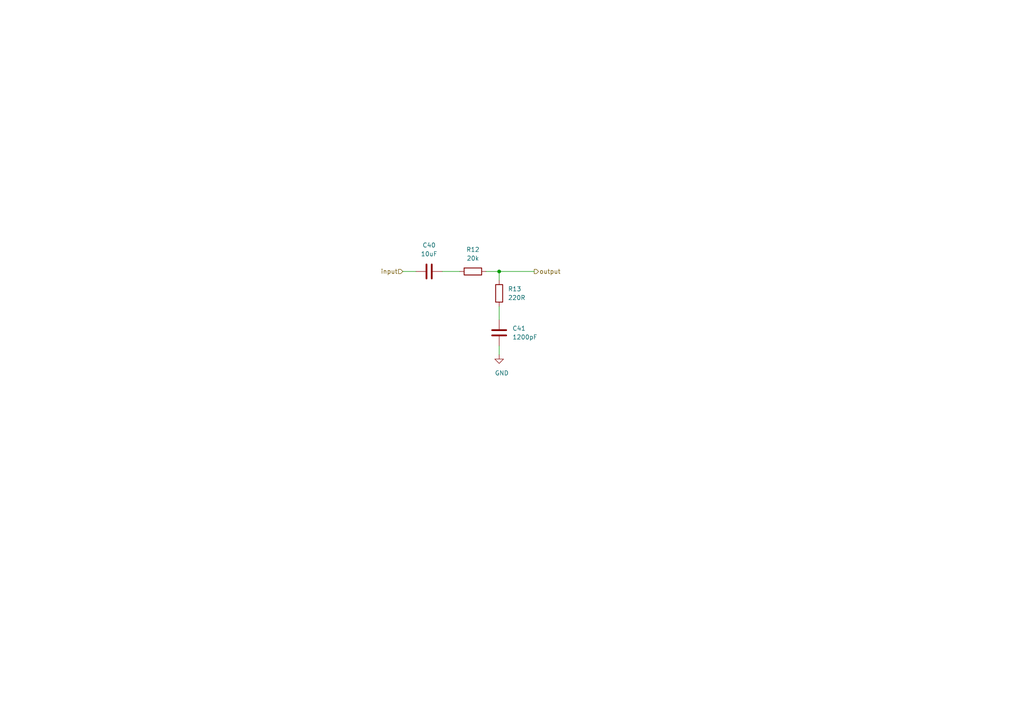
<source format=kicad_sch>
(kicad_sch
	(version 20231120)
	(generator "eeschema")
	(generator_version "8.0")
	(uuid "a0ea1699-a0b7-416d-8b8f-cf3787479009")
	(paper "A4")
	(title_block
		(title "${PROJECTNAME}")
		(date "2024-10-22")
		(rev "${REVISION}")
		(company "Created By: ${AUTHOR}")
	)
	(lib_symbols
		(symbol "Device:C"
			(pin_numbers hide)
			(pin_names
				(offset 0.254)
			)
			(exclude_from_sim no)
			(in_bom yes)
			(on_board yes)
			(property "Reference" "C"
				(at 0.635 2.54 0)
				(effects
					(font
						(size 1.27 1.27)
					)
					(justify left)
				)
			)
			(property "Value" "C"
				(at 0.635 -2.54 0)
				(effects
					(font
						(size 1.27 1.27)
					)
					(justify left)
				)
			)
			(property "Footprint" ""
				(at 0.9652 -3.81 0)
				(effects
					(font
						(size 1.27 1.27)
					)
					(hide yes)
				)
			)
			(property "Datasheet" "~"
				(at 0 0 0)
				(effects
					(font
						(size 1.27 1.27)
					)
					(hide yes)
				)
			)
			(property "Description" "Unpolarized capacitor"
				(at 0 0 0)
				(effects
					(font
						(size 1.27 1.27)
					)
					(hide yes)
				)
			)
			(property "ki_keywords" "cap capacitor"
				(at 0 0 0)
				(effects
					(font
						(size 1.27 1.27)
					)
					(hide yes)
				)
			)
			(property "ki_fp_filters" "C_*"
				(at 0 0 0)
				(effects
					(font
						(size 1.27 1.27)
					)
					(hide yes)
				)
			)
			(symbol "C_0_1"
				(polyline
					(pts
						(xy -2.032 -0.762) (xy 2.032 -0.762)
					)
					(stroke
						(width 0.508)
						(type default)
					)
					(fill
						(type none)
					)
				)
				(polyline
					(pts
						(xy -2.032 0.762) (xy 2.032 0.762)
					)
					(stroke
						(width 0.508)
						(type default)
					)
					(fill
						(type none)
					)
				)
			)
			(symbol "C_1_1"
				(pin passive line
					(at 0 3.81 270)
					(length 2.794)
					(name "~"
						(effects
							(font
								(size 1.27 1.27)
							)
						)
					)
					(number "1"
						(effects
							(font
								(size 1.27 1.27)
							)
						)
					)
				)
				(pin passive line
					(at 0 -3.81 90)
					(length 2.794)
					(name "~"
						(effects
							(font
								(size 1.27 1.27)
							)
						)
					)
					(number "2"
						(effects
							(font
								(size 1.27 1.27)
							)
						)
					)
				)
			)
		)
		(symbol "Device:R"
			(pin_numbers hide)
			(pin_names
				(offset 0)
			)
			(exclude_from_sim no)
			(in_bom yes)
			(on_board yes)
			(property "Reference" "R"
				(at 2.032 0 90)
				(effects
					(font
						(size 1.27 1.27)
					)
				)
			)
			(property "Value" "R"
				(at 0 0 90)
				(effects
					(font
						(size 1.27 1.27)
					)
				)
			)
			(property "Footprint" ""
				(at -1.778 0 90)
				(effects
					(font
						(size 1.27 1.27)
					)
					(hide yes)
				)
			)
			(property "Datasheet" "~"
				(at 0 0 0)
				(effects
					(font
						(size 1.27 1.27)
					)
					(hide yes)
				)
			)
			(property "Description" "Resistor"
				(at 0 0 0)
				(effects
					(font
						(size 1.27 1.27)
					)
					(hide yes)
				)
			)
			(property "ki_keywords" "R res resistor"
				(at 0 0 0)
				(effects
					(font
						(size 1.27 1.27)
					)
					(hide yes)
				)
			)
			(property "ki_fp_filters" "R_*"
				(at 0 0 0)
				(effects
					(font
						(size 1.27 1.27)
					)
					(hide yes)
				)
			)
			(symbol "R_0_1"
				(rectangle
					(start -1.016 -2.54)
					(end 1.016 2.54)
					(stroke
						(width 0.254)
						(type default)
					)
					(fill
						(type none)
					)
				)
			)
			(symbol "R_1_1"
				(pin passive line
					(at 0 3.81 270)
					(length 1.27)
					(name "~"
						(effects
							(font
								(size 1.27 1.27)
							)
						)
					)
					(number "1"
						(effects
							(font
								(size 1.27 1.27)
							)
						)
					)
				)
				(pin passive line
					(at 0 -3.81 90)
					(length 1.27)
					(name "~"
						(effects
							(font
								(size 1.27 1.27)
							)
						)
					)
					(number "2"
						(effects
							(font
								(size 1.27 1.27)
							)
						)
					)
				)
			)
		)
		(symbol "power:GND"
			(power)
			(pin_numbers hide)
			(pin_names
				(offset 0) hide)
			(exclude_from_sim no)
			(in_bom yes)
			(on_board yes)
			(property "Reference" "#PWR"
				(at 0 -6.35 0)
				(effects
					(font
						(size 1.27 1.27)
					)
					(hide yes)
				)
			)
			(property "Value" "GND"
				(at 0 -3.81 0)
				(effects
					(font
						(size 1.27 1.27)
					)
				)
			)
			(property "Footprint" ""
				(at 0 0 0)
				(effects
					(font
						(size 1.27 1.27)
					)
					(hide yes)
				)
			)
			(property "Datasheet" ""
				(at 0 0 0)
				(effects
					(font
						(size 1.27 1.27)
					)
					(hide yes)
				)
			)
			(property "Description" "Power symbol creates a global label with name \"GND\" , ground"
				(at 0 0 0)
				(effects
					(font
						(size 1.27 1.27)
					)
					(hide yes)
				)
			)
			(property "ki_keywords" "global power"
				(at 0 0 0)
				(effects
					(font
						(size 1.27 1.27)
					)
					(hide yes)
				)
			)
			(symbol "GND_0_1"
				(polyline
					(pts
						(xy 0 0) (xy 0 -1.27) (xy 1.27 -1.27) (xy 0 -2.54) (xy -1.27 -1.27) (xy 0 -1.27)
					)
					(stroke
						(width 0)
						(type default)
					)
					(fill
						(type none)
					)
				)
			)
			(symbol "GND_1_1"
				(pin power_in line
					(at 0 0 270)
					(length 0)
					(name "~"
						(effects
							(font
								(size 1.27 1.27)
							)
						)
					)
					(number "1"
						(effects
							(font
								(size 1.27 1.27)
							)
						)
					)
				)
			)
		)
	)
	(junction
		(at 144.78 78.74)
		(diameter 0)
		(color 0 0 0 0)
		(uuid "a6582009-98cc-4572-b513-7245cfe1d515")
	)
	(wire
		(pts
			(xy 144.78 100.33) (xy 144.78 102.87)
		)
		(stroke
			(width 0)
			(type default)
		)
		(uuid "146cd559-f571-48de-9a72-9abfcaef8c3c")
	)
	(wire
		(pts
			(xy 144.78 81.28) (xy 144.78 78.74)
		)
		(stroke
			(width 0)
			(type default)
		)
		(uuid "5289ee31-d517-419a-9ad2-5c308093799d")
	)
	(wire
		(pts
			(xy 144.78 78.74) (xy 140.97 78.74)
		)
		(stroke
			(width 0)
			(type default)
		)
		(uuid "5abe42c7-d484-4e63-82c7-782b391d789a")
	)
	(wire
		(pts
			(xy 144.78 78.74) (xy 154.94 78.74)
		)
		(stroke
			(width 0)
			(type default)
		)
		(uuid "6a4284e3-d9f6-4b43-b0b8-a984a678b991")
	)
	(wire
		(pts
			(xy 128.27 78.74) (xy 133.35 78.74)
		)
		(stroke
			(width 0)
			(type default)
		)
		(uuid "9e31f614-477a-45fd-ad6a-d9381bccf12f")
	)
	(wire
		(pts
			(xy 116.84 78.74) (xy 120.65 78.74)
		)
		(stroke
			(width 0)
			(type default)
		)
		(uuid "a6c00ab1-3c5f-4ec8-8bcc-33f2fb57d736")
	)
	(wire
		(pts
			(xy 144.78 88.9) (xy 144.78 92.71)
		)
		(stroke
			(width 0)
			(type default)
		)
		(uuid "b631101b-a661-41dc-bd20-03e0c4d4a750")
	)
	(hierarchical_label "input"
		(shape input)
		(at 116.84 78.74 180)
		(fields_autoplaced yes)
		(effects
			(font
				(size 1.27 1.27)
			)
			(justify right)
		)
		(uuid "619767d2-b500-4c54-8f75-10ba007b469a")
	)
	(hierarchical_label "output"
		(shape output)
		(at 154.94 78.74 0)
		(fields_autoplaced yes)
		(effects
			(font
				(size 1.27 1.27)
			)
			(justify left)
		)
		(uuid "a2ce07ba-f029-46fb-ab88-4cefe450d50a")
	)
	(symbol
		(lib_id "Device:R")
		(at 137.16 78.74 90)
		(unit 1)
		(exclude_from_sim no)
		(in_bom yes)
		(on_board yes)
		(dnp no)
		(fields_autoplaced yes)
		(uuid "50952d06-9261-484c-9a90-2dc4bc4eaf0c")
		(property "Reference" "R12"
			(at 137.16 72.39 90)
			(effects
				(font
					(size 1.27 1.27)
				)
			)
		)
		(property "Value" "20k"
			(at 137.16 74.93 90)
			(effects
				(font
					(size 1.27 1.27)
				)
			)
		)
		(property "Footprint" "Resistor_SMD:R_0402_1005Metric_Pad0.72x0.64mm_HandSolder"
			(at 137.16 80.518 90)
			(effects
				(font
					(size 1.27 1.27)
				)
				(hide yes)
			)
		)
		(property "Datasheet" "~"
			(at 137.16 78.74 0)
			(effects
				(font
					(size 1.27 1.27)
				)
				(hide yes)
			)
		)
		(property "Description" "Resistor"
			(at 137.16 78.74 0)
			(effects
				(font
					(size 1.27 1.27)
				)
				(hide yes)
			)
		)
		(property "LCSC" "C17414"
			(at 137.16 78.74 0)
			(effects
				(font
					(size 1.27 1.27)
				)
				(hide yes)
			)
		)
		(property "Mouser" "71-CRCW080510K0FKEAC"
			(at 137.16 78.74 0)
			(effects
				(font
					(size 1.27 1.27)
				)
				(hide yes)
			)
		)
		(pin "1"
			(uuid "1ed0145a-35f7-4f6d-b10d-2233d6676880")
		)
		(pin "2"
			(uuid "9220c49f-46f3-4441-93a8-9718480f32da")
		)
		(instances
			(project "Tiny4xPoweredStereoMixer"
				(path "/68c4b081-ef47-4ba5-a55f-4ef66cb2b598/32b8740c-e0bd-40f8-9090-a6e67ec33c06/ee3cadc0-194c-4a3f-ac71-cc23b9b088b8"
					(reference "R12")
					(unit 1)
				)
				(path "/68c4b081-ef47-4ba5-a55f-4ef66cb2b598/32b8740c-e0bd-40f8-9090-a6e67ec33c06/4289663c-4f70-4ffc-8b49-6ba4db452d9d"
					(reference "R14")
					(unit 1)
				)
				(path "/68c4b081-ef47-4ba5-a55f-4ef66cb2b598/32b8740c-e0bd-40f8-9090-a6e67ec33c06/af6a11de-ada9-4612-a5be-6a4393913eba"
					(reference "R20")
					(unit 1)
				)
				(path "/68c4b081-ef47-4ba5-a55f-4ef66cb2b598/32b8740c-e0bd-40f8-9090-a6e67ec33c06/44886ec0-e131-45b6-94a5-d8132725eb7e"
					(reference "R22")
					(unit 1)
				)
				(path "/68c4b081-ef47-4ba5-a55f-4ef66cb2b598/32b8740c-e0bd-40f8-9090-a6e67ec33c06/204dacb2-3a90-48fa-8a27-fad2ad8530f8"
					(reference "R24")
					(unit 1)
				)
				(path "/68c4b081-ef47-4ba5-a55f-4ef66cb2b598/32b8740c-e0bd-40f8-9090-a6e67ec33c06/b127a219-db1c-421c-b686-127df4126bab"
					(reference "R36")
					(unit 1)
				)
				(path "/68c4b081-ef47-4ba5-a55f-4ef66cb2b598/32b8740c-e0bd-40f8-9090-a6e67ec33c06/697ac49e-1bf9-4da1-a7ef-2332bb337a5b"
					(reference "R38")
					(unit 1)
				)
				(path "/68c4b081-ef47-4ba5-a55f-4ef66cb2b598/32b8740c-e0bd-40f8-9090-a6e67ec33c06/efb0981d-3b10-4e41-97a8-7c36b973b595"
					(reference "R40")
					(unit 1)
				)
			)
		)
	)
	(symbol
		(lib_id "Device:R")
		(at 144.78 85.09 180)
		(unit 1)
		(exclude_from_sim no)
		(in_bom yes)
		(on_board yes)
		(dnp no)
		(fields_autoplaced yes)
		(uuid "58ba4908-90d6-4fad-9d28-dceceb23ee1f")
		(property "Reference" "R13"
			(at 147.32 83.8199 0)
			(effects
				(font
					(size 1.27 1.27)
				)
				(justify right)
			)
		)
		(property "Value" "220R"
			(at 147.32 86.3599 0)
			(effects
				(font
					(size 1.27 1.27)
				)
				(justify right)
			)
		)
		(property "Footprint" "Resistor_SMD:R_0402_1005Metric_Pad0.72x0.64mm_HandSolder"
			(at 146.558 85.09 90)
			(effects
				(font
					(size 1.27 1.27)
				)
				(hide yes)
			)
		)
		(property "Datasheet" "~"
			(at 144.78 85.09 0)
			(effects
				(font
					(size 1.27 1.27)
				)
				(hide yes)
			)
		)
		(property "Description" "Resistor"
			(at 144.78 85.09 0)
			(effects
				(font
					(size 1.27 1.27)
				)
				(hide yes)
			)
		)
		(property "LCSC" "C17414"
			(at 144.78 85.09 0)
			(effects
				(font
					(size 1.27 1.27)
				)
				(hide yes)
			)
		)
		(property "Mouser" "71-CRCW080510K0FKEAC"
			(at 144.78 85.09 0)
			(effects
				(font
					(size 1.27 1.27)
				)
				(hide yes)
			)
		)
		(pin "1"
			(uuid "590f8ed5-970e-4d14-a423-3582ead1bc08")
		)
		(pin "2"
			(uuid "e10a42d9-9b69-45f8-9cbc-1189ff6da053")
		)
		(instances
			(project "Tiny4xPoweredStereoMixer"
				(path "/68c4b081-ef47-4ba5-a55f-4ef66cb2b598/32b8740c-e0bd-40f8-9090-a6e67ec33c06/ee3cadc0-194c-4a3f-ac71-cc23b9b088b8"
					(reference "R13")
					(unit 1)
				)
				(path "/68c4b081-ef47-4ba5-a55f-4ef66cb2b598/32b8740c-e0bd-40f8-9090-a6e67ec33c06/4289663c-4f70-4ffc-8b49-6ba4db452d9d"
					(reference "R17")
					(unit 1)
				)
				(path "/68c4b081-ef47-4ba5-a55f-4ef66cb2b598/32b8740c-e0bd-40f8-9090-a6e67ec33c06/af6a11de-ada9-4612-a5be-6a4393913eba"
					(reference "R21")
					(unit 1)
				)
				(path "/68c4b081-ef47-4ba5-a55f-4ef66cb2b598/32b8740c-e0bd-40f8-9090-a6e67ec33c06/44886ec0-e131-45b6-94a5-d8132725eb7e"
					(reference "R23")
					(unit 1)
				)
				(path "/68c4b081-ef47-4ba5-a55f-4ef66cb2b598/32b8740c-e0bd-40f8-9090-a6e67ec33c06/204dacb2-3a90-48fa-8a27-fad2ad8530f8"
					(reference "R25")
					(unit 1)
				)
				(path "/68c4b081-ef47-4ba5-a55f-4ef66cb2b598/32b8740c-e0bd-40f8-9090-a6e67ec33c06/b127a219-db1c-421c-b686-127df4126bab"
					(reference "R37")
					(unit 1)
				)
				(path "/68c4b081-ef47-4ba5-a55f-4ef66cb2b598/32b8740c-e0bd-40f8-9090-a6e67ec33c06/697ac49e-1bf9-4da1-a7ef-2332bb337a5b"
					(reference "R39")
					(unit 1)
				)
				(path "/68c4b081-ef47-4ba5-a55f-4ef66cb2b598/32b8740c-e0bd-40f8-9090-a6e67ec33c06/efb0981d-3b10-4e41-97a8-7c36b973b595"
					(reference "R41")
					(unit 1)
				)
			)
		)
	)
	(symbol
		(lib_id "Device:C")
		(at 144.78 96.52 180)
		(unit 1)
		(exclude_from_sim no)
		(in_bom yes)
		(on_board yes)
		(dnp no)
		(fields_autoplaced yes)
		(uuid "70a6fddd-a2b5-4663-ae17-5bf3d5eeec6f")
		(property "Reference" "C41"
			(at 148.59 95.2499 0)
			(effects
				(font
					(size 1.27 1.27)
				)
				(justify right)
			)
		)
		(property "Value" "1200pF"
			(at 148.59 97.7899 0)
			(effects
				(font
					(size 1.27 1.27)
				)
				(justify right)
			)
		)
		(property "Footprint" "Capacitor_SMD:C_01005_0402Metric_Pad0.57x0.30mm_HandSolder"
			(at 143.8148 92.71 0)
			(effects
				(font
					(size 1.27 1.27)
				)
				(hide yes)
			)
		)
		(property "Datasheet" "~"
			(at 144.78 96.52 0)
			(effects
				(font
					(size 1.27 1.27)
				)
				(hide yes)
			)
		)
		(property "Description" "Unpolarized capacitor"
			(at 144.78 96.52 0)
			(effects
				(font
					(size 1.27 1.27)
				)
				(hide yes)
			)
		)
		(pin "2"
			(uuid "cb3e70c9-64cd-4248-8a99-739d8a0ae277")
		)
		(pin "1"
			(uuid "7145c278-2c3d-4278-bca4-e982d900afaf")
		)
		(instances
			(project "Tiny4xPoweredStereoMixer"
				(path "/68c4b081-ef47-4ba5-a55f-4ef66cb2b598/32b8740c-e0bd-40f8-9090-a6e67ec33c06/ee3cadc0-194c-4a3f-ac71-cc23b9b088b8"
					(reference "C41")
					(unit 1)
				)
				(path "/68c4b081-ef47-4ba5-a55f-4ef66cb2b598/32b8740c-e0bd-40f8-9090-a6e67ec33c06/4289663c-4f70-4ffc-8b49-6ba4db452d9d"
					(reference "C43")
					(unit 1)
				)
				(path "/68c4b081-ef47-4ba5-a55f-4ef66cb2b598/32b8740c-e0bd-40f8-9090-a6e67ec33c06/af6a11de-ada9-4612-a5be-6a4393913eba"
					(reference "C45")
					(unit 1)
				)
				(path "/68c4b081-ef47-4ba5-a55f-4ef66cb2b598/32b8740c-e0bd-40f8-9090-a6e67ec33c06/44886ec0-e131-45b6-94a5-d8132725eb7e"
					(reference "C47")
					(unit 1)
				)
				(path "/68c4b081-ef47-4ba5-a55f-4ef66cb2b598/32b8740c-e0bd-40f8-9090-a6e67ec33c06/204dacb2-3a90-48fa-8a27-fad2ad8530f8"
					(reference "C49")
					(unit 1)
				)
				(path "/68c4b081-ef47-4ba5-a55f-4ef66cb2b598/32b8740c-e0bd-40f8-9090-a6e67ec33c06/b127a219-db1c-421c-b686-127df4126bab"
					(reference "C51")
					(unit 1)
				)
				(path "/68c4b081-ef47-4ba5-a55f-4ef66cb2b598/32b8740c-e0bd-40f8-9090-a6e67ec33c06/697ac49e-1bf9-4da1-a7ef-2332bb337a5b"
					(reference "C53")
					(unit 1)
				)
				(path "/68c4b081-ef47-4ba5-a55f-4ef66cb2b598/32b8740c-e0bd-40f8-9090-a6e67ec33c06/efb0981d-3b10-4e41-97a8-7c36b973b595"
					(reference "C55")
					(unit 1)
				)
			)
		)
	)
	(symbol
		(lib_id "Device:C")
		(at 124.46 78.74 90)
		(unit 1)
		(exclude_from_sim no)
		(in_bom yes)
		(on_board yes)
		(dnp no)
		(fields_autoplaced yes)
		(uuid "861620c8-33dc-4170-a699-92b6b1cca6a3")
		(property "Reference" "C40"
			(at 124.46 71.12 90)
			(effects
				(font
					(size 1.27 1.27)
				)
			)
		)
		(property "Value" "10uF"
			(at 124.46 73.66 90)
			(effects
				(font
					(size 1.27 1.27)
				)
			)
		)
		(property "Footprint" "Capacitor_SMD:C_01005_0402Metric_Pad0.57x0.30mm_HandSolder"
			(at 128.27 77.7748 0)
			(effects
				(font
					(size 1.27 1.27)
				)
				(hide yes)
			)
		)
		(property "Datasheet" "~"
			(at 124.46 78.74 0)
			(effects
				(font
					(size 1.27 1.27)
				)
				(hide yes)
			)
		)
		(property "Description" "Unpolarized capacitor"
			(at 124.46 78.74 0)
			(effects
				(font
					(size 1.27 1.27)
				)
				(hide yes)
			)
		)
		(pin "2"
			(uuid "0458b451-5450-4aa4-b0b1-755e32ff066b")
		)
		(pin "1"
			(uuid "c5d576b9-4f56-44f8-a077-d859b9d481ac")
		)
		(instances
			(project "Tiny4xPoweredStereoMixer"
				(path "/68c4b081-ef47-4ba5-a55f-4ef66cb2b598/32b8740c-e0bd-40f8-9090-a6e67ec33c06/ee3cadc0-194c-4a3f-ac71-cc23b9b088b8"
					(reference "C40")
					(unit 1)
				)
				(path "/68c4b081-ef47-4ba5-a55f-4ef66cb2b598/32b8740c-e0bd-40f8-9090-a6e67ec33c06/4289663c-4f70-4ffc-8b49-6ba4db452d9d"
					(reference "C42")
					(unit 1)
				)
				(path "/68c4b081-ef47-4ba5-a55f-4ef66cb2b598/32b8740c-e0bd-40f8-9090-a6e67ec33c06/af6a11de-ada9-4612-a5be-6a4393913eba"
					(reference "C44")
					(unit 1)
				)
				(path "/68c4b081-ef47-4ba5-a55f-4ef66cb2b598/32b8740c-e0bd-40f8-9090-a6e67ec33c06/44886ec0-e131-45b6-94a5-d8132725eb7e"
					(reference "C46")
					(unit 1)
				)
				(path "/68c4b081-ef47-4ba5-a55f-4ef66cb2b598/32b8740c-e0bd-40f8-9090-a6e67ec33c06/204dacb2-3a90-48fa-8a27-fad2ad8530f8"
					(reference "C48")
					(unit 1)
				)
				(path "/68c4b081-ef47-4ba5-a55f-4ef66cb2b598/32b8740c-e0bd-40f8-9090-a6e67ec33c06/b127a219-db1c-421c-b686-127df4126bab"
					(reference "C50")
					(unit 1)
				)
				(path "/68c4b081-ef47-4ba5-a55f-4ef66cb2b598/32b8740c-e0bd-40f8-9090-a6e67ec33c06/697ac49e-1bf9-4da1-a7ef-2332bb337a5b"
					(reference "C52")
					(unit 1)
				)
				(path "/68c4b081-ef47-4ba5-a55f-4ef66cb2b598/32b8740c-e0bd-40f8-9090-a6e67ec33c06/efb0981d-3b10-4e41-97a8-7c36b973b595"
					(reference "C54")
					(unit 1)
				)
			)
		)
	)
	(symbol
		(lib_id "power:GND")
		(at 144.78 102.87 0)
		(unit 1)
		(exclude_from_sim no)
		(in_bom yes)
		(on_board yes)
		(dnp no)
		(uuid "b1f189de-6caf-4d9c-9391-e3ccb527d60d")
		(property "Reference" "#PWR098"
			(at 144.78 109.22 0)
			(effects
				(font
					(size 1.27 1.27)
				)
				(hide yes)
			)
		)
		(property "Value" "GND"
			(at 145.542 108.204 0)
			(effects
				(font
					(size 1.27 1.27)
				)
			)
		)
		(property "Footprint" ""
			(at 144.78 102.87 0)
			(effects
				(font
					(size 1.27 1.27)
				)
				(hide yes)
			)
		)
		(property "Datasheet" ""
			(at 144.78 102.87 0)
			(effects
				(font
					(size 1.27 1.27)
				)
				(hide yes)
			)
		)
		(property "Description" "Power symbol creates a global label with name \"GND\" , ground"
			(at 144.78 102.87 0)
			(effects
				(font
					(size 1.27 1.27)
				)
				(hide yes)
			)
		)
		(pin "1"
			(uuid "a5ab49b4-6281-467a-8a7f-e4f494a73600")
		)
		(instances
			(project "Tiny4xPoweredStereoMixer"
				(path "/68c4b081-ef47-4ba5-a55f-4ef66cb2b598/32b8740c-e0bd-40f8-9090-a6e67ec33c06/ee3cadc0-194c-4a3f-ac71-cc23b9b088b8"
					(reference "#PWR098")
					(unit 1)
				)
				(path "/68c4b081-ef47-4ba5-a55f-4ef66cb2b598/32b8740c-e0bd-40f8-9090-a6e67ec33c06/4289663c-4f70-4ffc-8b49-6ba4db452d9d"
					(reference "#PWR099")
					(unit 1)
				)
				(path "/68c4b081-ef47-4ba5-a55f-4ef66cb2b598/32b8740c-e0bd-40f8-9090-a6e67ec33c06/af6a11de-ada9-4612-a5be-6a4393913eba"
					(reference "#PWR0100")
					(unit 1)
				)
				(path "/68c4b081-ef47-4ba5-a55f-4ef66cb2b598/32b8740c-e0bd-40f8-9090-a6e67ec33c06/44886ec0-e131-45b6-94a5-d8132725eb7e"
					(reference "#PWR0101")
					(unit 1)
				)
				(path "/68c4b081-ef47-4ba5-a55f-4ef66cb2b598/32b8740c-e0bd-40f8-9090-a6e67ec33c06/204dacb2-3a90-48fa-8a27-fad2ad8530f8"
					(reference "#PWR0102")
					(unit 1)
				)
				(path "/68c4b081-ef47-4ba5-a55f-4ef66cb2b598/32b8740c-e0bd-40f8-9090-a6e67ec33c06/b127a219-db1c-421c-b686-127df4126bab"
					(reference "#PWR0103")
					(unit 1)
				)
				(path "/68c4b081-ef47-4ba5-a55f-4ef66cb2b598/32b8740c-e0bd-40f8-9090-a6e67ec33c06/697ac49e-1bf9-4da1-a7ef-2332bb337a5b"
					(reference "#PWR0104")
					(unit 1)
				)
				(path "/68c4b081-ef47-4ba5-a55f-4ef66cb2b598/32b8740c-e0bd-40f8-9090-a6e67ec33c06/efb0981d-3b10-4e41-97a8-7c36b973b595"
					(reference "#PWR0105")
					(unit 1)
				)
			)
		)
	)
)
</source>
